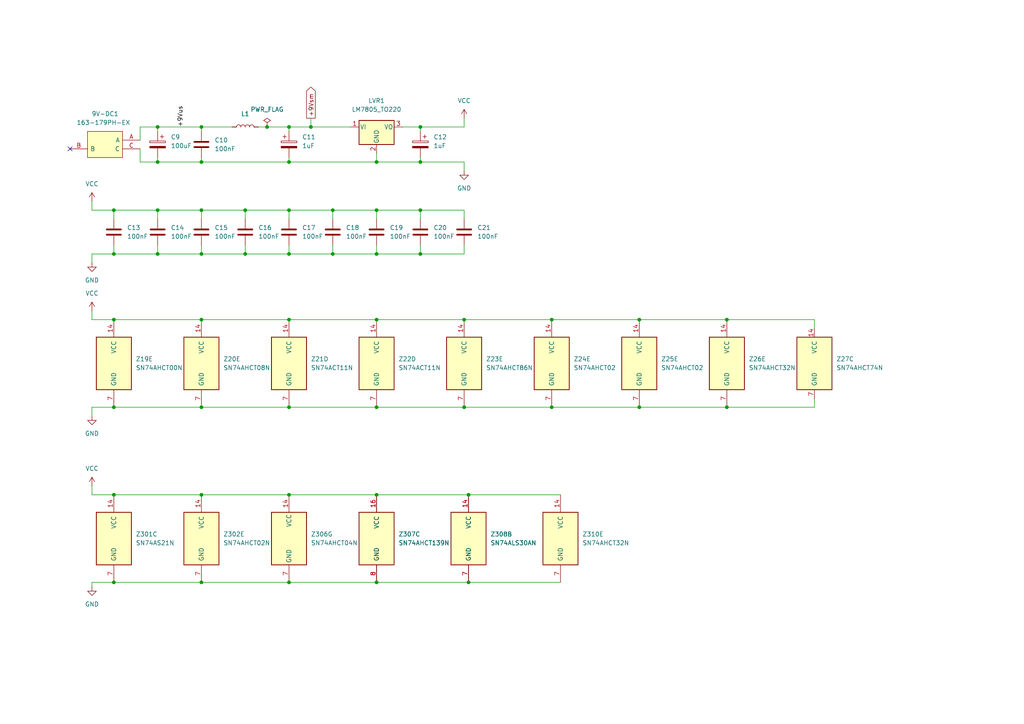
<source format=kicad_sch>
(kicad_sch (version 20211123) (generator eeschema)
  (paper "A4")
  (title_block (title "JupiterAce Z80 plus KIO and new memory format.") (date "2020-05-12") (rev "${REVNUM}") (company "Ontobus") (comment 1 "John Bradley") (comment 2 "https://creativecommons.org/licenses/by-nc-sa/4.0/") (comment 3 "Attribution-NonCommercial-ShareAlike 4.0 International License.") (comment 4 "This work is licensed under a Creative Commons "))
  (lib_symbols
    (symbol "74xx-FIX:74LS21" (pin_names (offset 1.016))
      (property "Reference" "U" (at 0 1.27 0))
      (property "Value" "74LS21" (at 0 -1.27 0))
      (symbol "74LS21_1_0"
        (pin no_connect line (at 2.54 -2.54 180) (length 2.54) hide (name "") (number "11"))
        (pin no_connect line (at 2.54 -1.27 180) (length 2.54) hide (name "") (number "3"))
      )
      (symbol "74LS21_1_1"
        (pin input line (at -7.62 3.81 0) (length 3.81) (name "~") (number "1"))
        (pin input line (at -7.62 1.27 0) (length 3.81) (name "~") (number "2"))
        (pin input line (at -7.62 -1.27 0) (length 3.81) (name "~") (number "4"))
        (pin input line (at -7.62 -3.81 0) (length 3.81) (name "~") (number "5"))
        (pin output line (at 7.62 0 180) (length 3.81) (name "~") (number "6"))
      )
      (symbol "74LS21_1_2"
        (pin input inverted (at -7.62 3.81 0) (length 3.81) (name "~") (number "1"))
        (pin input inverted (at -7.62 1.27 0) (length 4.826) (name "~") (number "2"))
        (pin input inverted (at -7.62 -1.27 0) (length 4.826) (name "~") (number "4"))
        (pin input inverted (at -7.62 -3.81 0) (length 3.81) (name "~") (number "5"))
        (pin output inverted (at 7.62 0 180) (length 3.81) (name "~") (number "6"))
      )
      (symbol "74LS21_2_1"
        (pin input line (at -7.62 1.27 0) (length 3.81) (name "~") (number "10"))
        (pin input line (at -7.62 -1.27 0) (length 3.81) (name "~") (number "12"))
        (pin input line (at -7.62 -3.81 0) (length 3.81) (name "~") (number "13"))
        (pin output line (at 7.62 0 180) (length 3.81) (name "~") (number "8"))
        (pin input line (at -7.62 3.81 0) (length 3.81) (name "~") (number "9"))
      )
      (symbol "74LS21_2_2"
        (pin input inverted (at -7.62 1.27 0) (length 4.826) (name "~") (number "10"))
        (pin input inverted (at -7.62 -1.27 0) (length 4.826) (name "~") (number "12"))
        (pin input inverted (at -7.62 -3.81 0) (length 3.81) (name "~") (number "13"))
        (pin output inverted (at 7.62 0 180) (length 3.81) (name "~") (number "8"))
        (pin input inverted (at -7.62 3.81 0) (length 3.81) (name "~") (number "9"))
      )
      (symbol "74LS21_3_0"
        (pin power_in line (at 0 12.7 270) (length 5.08) (name "VCC") (number "14"))
        (pin power_in line (at 0 -12.7 90) (length 5.08) (name "GND") (number "7"))
      )
    )
    (symbol "74xx-FIX:74LS30" (pin_names (offset 1.016))
      (property "Reference" "U" (at 0 1.27 0))
      (property "Value" "74LS30" (at 0 -1.27 0))
      (symbol "74LS30_1_0"
        (pin no_connect line (at 0 -5.08 0) (length 2.54) hide (name "") (number "10"))
        (pin no_connect line (at -1.27 -6.35 0) (length 2.54) hide (name "") (number "13"))
        (pin no_connect line (at 0 -6.35 0) (length 2.54) hide (name "") (number "9"))
      )
      (symbol "74LS30_1_1"
        (pin input line (at -7.62 7.62 0) (length 3.81) (name "~") (number "1"))
        (pin input line (at -7.62 -7.62 0) (length 3.81) (name "~") (number "11"))
        (pin input line (at -7.62 -10.16 0) (length 3.81) (name "~") (number "12"))
        (pin input line (at -7.62 5.08 0) (length 3.81) (name "~") (number "2"))
        (pin input line (at -7.62 2.54 0) (length 3.81) (name "~") (number "3"))
        (pin input line (at -7.62 0 0) (length 3.81) (name "~") (number "4"))
        (pin input line (at -7.62 -2.54 0) (length 3.81) (name "~") (number "5"))
        (pin input line (at -7.62 -5.08 0) (length 3.81) (name "~") (number "6"))
        (pin output inverted (at 7.62 0 180) (length 3.81) (name "~") (number "8"))
      )
      (symbol "74LS30_1_2"
        (pin input inverted (at -7.62 7.62 0) (length 3.81) (name "~") (number "1"))
        (pin input inverted (at -7.62 -7.62 0) (length 3.81) (name "~") (number "11"))
        (pin input inverted (at -7.62 -10.16 0) (length 3.81) (name "~") (number "12"))
        (pin input inverted (at -7.62 5.08 0) (length 3.81) (name "~") (number "2"))
        (pin input inverted (at -7.62 2.54 0) (length 4.5466) (name "~") (number "3"))
        (pin input inverted (at -7.62 0 0) (length 5.08) (name "~") (number "4"))
        (pin input inverted (at -7.62 -2.54 0) (length 4.5466) (name "~") (number "5"))
        (pin input inverted (at -7.62 -5.08 0) (length 3.81) (name "~") (number "6"))
        (pin output line (at 7.62 0 180) (length 3.81) (name "~") (number "8"))
      )
      (symbol "74LS30_2_0"
        (pin power_in line (at 0 12.7 270) (length 5.08) (name "VCC") (number "14"))
        (pin power_in line (at 0 -12.7 90) (length 5.08) (name "GND") (number "7"))
      )
    )
    (symbol "74xx:74LS00" (pin_names (offset 1.016))
      (property "Reference" "U" (at 0 1.27 0))
      (property "Value" "74LS00" (at 0 -1.27 0))
      (symbol "74LS00_1_1"
        (pin input line (at -7.62 2.54 0) (length 3.81) (name "~") (number "1"))
        (pin input line (at -7.62 -2.54 0) (length 3.81) (name "~") (number "2"))
        (pin output inverted (at 7.62 0 180) (length 3.81) (name "~") (number "3"))
      )
      (symbol "74LS00_1_2"
        (pin input inverted (at -7.62 2.54 0) (length 4.318) (name "~") (number "1"))
        (pin input inverted (at -7.62 -2.54 0) (length 4.318) (name "~") (number "2"))
        (pin output line (at 7.62 0 180) (length 3.81) (name "~") (number "3"))
      )
      (symbol "74LS00_2_1"
        (pin input line (at -7.62 2.54 0) (length 3.81) (name "~") (number "4"))
        (pin input line (at -7.62 -2.54 0) (length 3.81) (name "~") (number "5"))
        (pin output inverted (at 7.62 0 180) (length 3.81) (name "~") (number "6"))
      )
      (symbol "74LS00_2_2"
        (pin input inverted (at -7.62 2.54 0) (length 4.318) (name "~") (number "4"))
        (pin input inverted (at -7.62 -2.54 0) (length 4.318) (name "~") (number "5"))
        (pin output line (at 7.62 0 180) (length 3.81) (name "~") (number "6"))
      )
      (symbol "74LS00_3_1"
        (pin input line (at -7.62 -2.54 0) (length 3.81) (name "~") (number "10"))
        (pin output inverted (at 7.62 0 180) (length 3.81) (name "~") (number "8"))
        (pin input line (at -7.62 2.54 0) (length 3.81) (name "~") (number "9"))
      )
      (symbol "74LS00_3_2"
        (pin input inverted (at -7.62 -2.54 0) (length 4.318) (name "~") (number "10"))
        (pin output line (at 7.62 0 180) (length 3.81) (name "~") (number "8"))
        (pin input inverted (at -7.62 2.54 0) (length 4.318) (name "~") (number "9"))
      )
      (symbol "74LS00_4_1"
        (pin output inverted (at 7.62 0 180) (length 3.81) (name "~") (number "11"))
        (pin input line (at -7.62 2.54 0) (length 3.81) (name "~") (number "12"))
        (pin input line (at -7.62 -2.54 0) (length 3.81) (name "~") (number "13"))
      )
      (symbol "74LS00_4_2"
        (pin output line (at 7.62 0 180) (length 3.81) (name "~") (number "11"))
        (pin input inverted (at -7.62 2.54 0) (length 4.318) (name "~") (number "12"))
        (pin input inverted (at -7.62 -2.54 0) (length 4.318) (name "~") (number "13"))
      )
      (symbol "74LS00_5_0"
        (pin power_in line (at 0 12.7 270) (length 5.08) (name "VCC") (number "14"))
        (pin power_in line (at 0 -12.7 90) (length 5.08) (name "GND") (number "7"))
      )
    )
    (symbol "74xx:74LS02" (pin_names (offset 1.016))
      (property "Reference" "U" (at 0 1.27 0))
      (property "Value" "74LS02" (at 0 -1.27 0))
      (symbol "74LS02_1_1"
        (pin output inverted (at 7.62 0 180) (length 3.81) (name "~") (number "1"))
        (pin input line (at -7.62 2.54 0) (length 4.318) (name "~") (number "2"))
        (pin input line (at -7.62 -2.54 0) (length 4.318) (name "~") (number "3"))
      )
      (symbol "74LS02_1_2"
        (pin output line (at 7.62 0 180) (length 3.81) (name "~") (number "1"))
        (pin input inverted (at -7.62 2.54 0) (length 3.81) (name "~") (number "2"))
        (pin input inverted (at -7.62 -2.54 0) (length 3.81) (name "~") (number "3"))
      )
      (symbol "74LS02_2_1"
        (pin output inverted (at 7.62 0 180) (length 3.81) (name "~") (number "4"))
        (pin input line (at -7.62 2.54 0) (length 4.318) (name "~") (number "5"))
        (pin input line (at -7.62 -2.54 0) (length 4.318) (name "~") (number "6"))
      )
      (symbol "74LS02_2_2"
        (pin output line (at 7.62 0 180) (length 3.81) (name "~") (number "4"))
        (pin input inverted (at -7.62 2.54 0) (length 3.81) (name "~") (number "5"))
        (pin input inverted (at -7.62 -2.54 0) (length 3.81) (name "~") (number "6"))
      )
      (symbol "74LS02_3_1"
        (pin output inverted (at 7.62 0 180) (length 3.81) (name "~") (number "10"))
        (pin input line (at -7.62 2.54 0) (length 4.318) (name "~") (number "8"))
        (pin input line (at -7.62 -2.54 0) (length 4.318) (name "~") (number "9"))
      )
      (symbol "74LS02_3_2"
        (pin output line (at 7.62 0 180) (length 3.81) (name "~") (number "10"))
        (pin input inverted (at -7.62 2.54 0) (length 3.81) (name "~") (number "8"))
        (pin input inverted (at -7.62 -2.54 0) (length 3.81) (name "~") (number "9"))
      )
      (symbol "74LS02_4_1"
        (pin input line (at -7.62 2.54 0) (length 4.318) (name "~") (number "11"))
        (pin input line (at -7.62 -2.54 0) (length 4.318) (name "~") (number "12"))
        (pin output inverted (at 7.62 0 180) (length 3.81) (name "~") (number "13"))
      )
      (symbol "74LS02_4_2"
        (pin input inverted (at -7.62 2.54 0) (length 3.81) (name "~") (number "11"))
        (pin input inverted (at -7.62 -2.54 0) (length 3.81) (name "~") (number "12"))
        (pin output line (at 7.62 0 180) (length 3.81) (name "~") (number "13"))
      )
      (symbol "74LS02_5_0"
        (pin power_in line (at 0 12.7 270) (length 5.08) (name "VCC") (number "14"))
        (pin power_in line (at 0 -12.7 90) (length 5.08) (name "GND") (number "7"))
      )
    )
    (symbol "74xx:74LS04"
      (property "Reference" "U" (at 0 1.27 0))
      (property "Value" "74LS04" (at 0 -1.27 0))
      (symbol "74LS04_1_0"
        (pin input line (at -7.62 0 0) (length 3.81) (name "~") (number "1"))
        (pin output inverted (at 7.62 0 180) (length 3.81) (name "~") (number "2"))
      )
      (symbol "74LS04_2_0"
        (pin input line (at -7.62 0 0) (length 3.81) (name "~") (number "3"))
        (pin output inverted (at 7.62 0 180) (length 3.81) (name "~") (number "4"))
      )
      (symbol "74LS04_3_0"
        (pin input line (at -7.62 0 0) (length 3.81) (name "~") (number "5"))
        (pin output inverted (at 7.62 0 180) (length 3.81) (name "~") (number "6"))
      )
      (symbol "74LS04_4_0"
        (pin output inverted (at 7.62 0 180) (length 3.81) (name "~") (number "8"))
        (pin input line (at -7.62 0 0) (length 3.81) (name "~") (number "9"))
      )
      (symbol "74LS04_5_0"
        (pin output inverted (at 7.62 0 180) (length 3.81) (name "~") (number "10"))
        (pin input line (at -7.62 0 0) (length 3.81) (name "~") (number "11"))
      )
      (symbol "74LS04_6_0"
        (pin output inverted (at 7.62 0 180) (length 3.81) (name "~") (number "12"))
        (pin input line (at -7.62 0 0) (length 3.81) (name "~") (number "13"))
      )
      (symbol "74LS04_7_0"
        (pin power_in line (at 0 12.7 270) (length 5.08) (name "VCC") (number "14"))
        (pin power_in line (at 0 -12.7 90) (length 5.08) (name "GND") (number "7"))
      )
    )
    (symbol "74xx:74LS08" (pin_names (offset 1.016))
      (property "Reference" "U" (at 0 1.27 0))
      (property "Value" "74LS08" (at 0 -1.27 0))
      (symbol "74LS08_1_1"
        (pin input line (at -7.62 2.54 0) (length 3.81) (name "~") (number "1"))
        (pin input line (at -7.62 -2.54 0) (length 3.81) (name "~") (number "2"))
        (pin output line (at 7.62 0 180) (length 3.81) (name "~") (number "3"))
      )
      (symbol "74LS08_1_2"
        (pin input inverted (at -7.62 2.54 0) (length 4.318) (name "~") (number "1"))
        (pin input inverted (at -7.62 -2.54 0) (length 4.318) (name "~") (number "2"))
        (pin output inverted (at 7.62 0 180) (length 3.81) (name "~") (number "3"))
      )
      (symbol "74LS08_2_1"
        (pin input line (at -7.62 2.54 0) (length 3.81) (name "~") (number "4"))
        (pin input line (at -7.62 -2.54 0) (length 3.81) (name "~") (number "5"))
        (pin output line (at 7.62 0 180) (length 3.81) (name "~") (number "6"))
      )
      (symbol "74LS08_2_2"
        (pin input inverted (at -7.62 2.54 0) (length 4.318) (name "~") (number "4"))
        (pin input inverted (at -7.62 -2.54 0) (length 4.318) (name "~") (number "5"))
        (pin output inverted (at 7.62 0 180) (length 3.81) (name "~") (number "6"))
      )
      (symbol "74LS08_3_1"
        (pin input line (at -7.62 -2.54 0) (length 3.81) (name "~") (number "10"))
        (pin output line (at 7.62 0 180) (length 3.81) (name "~") (number "8"))
        (pin input line (at -7.62 2.54 0) (length 3.81) (name "~") (number "9"))
      )
      (symbol "74LS08_3_2"
        (pin input inverted (at -7.62 -2.54 0) (length 4.318) (name "~") (number "10"))
        (pin output inverted (at 7.62 0 180) (length 3.81) (name "~") (number "8"))
        (pin input inverted (at -7.62 2.54 0) (length 4.318) (name "~") (number "9"))
      )
      (symbol "74LS08_4_1"
        (pin output line (at 7.62 0 180) (length 3.81) (name "~") (number "11"))
        (pin input line (at -7.62 2.54 0) (length 3.81) (name "~") (number "12"))
        (pin input line (at -7.62 -2.54 0) (length 3.81) (name "~") (number "13"))
      )
      (symbol "74LS08_4_2"
        (pin output inverted (at 7.62 0 180) (length 3.81) (name "~") (number "11"))
        (pin input inverted (at -7.62 2.54 0) (length 4.318) (name "~") (number "12"))
        (pin input inverted (at -7.62 -2.54 0) (length 4.318) (name "~") (number "13"))
      )
      (symbol "74LS08_5_0"
        (pin power_in line (at 0 12.7 270) (length 5.08) (name "VCC") (number "14"))
        (pin power_in line (at 0 -12.7 90) (length 5.08) (name "GND") (number "7"))
      )
    )
    (symbol "74xx:74LS11" (pin_names (offset 1.016))
      (property "Reference" "U" (at 0 1.27 0))
      (property "Value" "74LS11" (at 0 -1.27 0))
      (symbol "74LS11_1_1"
        (pin input line (at -7.62 2.54 0) (length 3.81) (name "~") (number "1"))
        (pin output line (at 7.62 0 180) (length 3.81) (name "~") (number "12"))
        (pin input line (at -7.62 -2.54 0) (length 3.81) (name "~") (number "13"))
        (pin input line (at -7.62 0 0) (length 3.81) (name "~") (number "2"))
      )
      (symbol "74LS11_1_2"
        (pin input inverted (at -7.62 2.54 0) (length 4.318) (name "~") (number "1"))
        (pin output inverted (at 7.62 0 180) (length 3.81) (name "~") (number "12"))
        (pin input inverted (at -7.62 -2.54 0) (length 4.318) (name "~") (number "13"))
        (pin input inverted (at -7.62 0 0) (length 4.953) (name "~") (number "2"))
      )
      (symbol "74LS11_2_1"
        (pin input line (at -7.62 2.54 0) (length 3.81) (name "~") (number "3"))
        (pin input line (at -7.62 0 0) (length 3.81) (name "~") (number "4"))
        (pin input line (at -7.62 -2.54 0) (length 3.81) (name "~") (number "5"))
        (pin output line (at 7.62 0 180) (length 3.81) (name "~") (number "6"))
      )
      (symbol "74LS11_2_2"
        (pin input inverted (at -7.62 2.54 0) (length 4.318) (name "~") (number "3"))
        (pin input inverted (at -7.62 0 0) (length 4.953) (name "~") (number "4"))
        (pin input inverted (at -7.62 -2.54 0) (length 4.318) (name "~") (number "5"))
        (pin output inverted (at 7.62 0 180) (length 3.81) (name "~") (number "6"))
      )
      (symbol "74LS11_3_1"
        (pin input line (at -7.62 0 0) (length 3.81) (name "~") (number "10"))
        (pin input line (at -7.62 -2.54 0) (length 3.81) (name "~") (number "11"))
        (pin output line (at 7.62 0 180) (length 3.81) (name "~") (number "8"))
        (pin input line (at -7.62 2.54 0) (length 3.81) (name "~") (number "9"))
      )
      (symbol "74LS11_3_2"
        (pin input inverted (at -7.62 0 0) (length 4.953) (name "~") (number "10"))
        (pin input inverted (at -7.62 -2.54 0) (length 4.318) (name "~") (number "11"))
        (pin output inverted (at 7.62 0 180) (length 3.81) (name "~") (number "8"))
        (pin input inverted (at -7.62 2.54 0) (length 4.318) (name "~") (number "9"))
      )
      (symbol "74LS11_4_0"
        (pin power_in line (at 0 12.7 270) (length 5.08) (name "VCC") (number "14"))
        (pin power_in line (at 0 -12.7 90) (length 5.08) (name "GND") (number "7"))
      )
    )
    (symbol "74xx:74LS139" (pin_names (offset 1.016))
      (property "Reference" "U" (at -7.62 8.89 0))
      (property "Value" "74LS139" (at -7.62 -8.89 0))
      (symbol "74LS139_1_0"
        (pin input inverted (at -12.7 -5.08 0) (length 5.08) (name "E") (number "1"))
        (pin input line (at -12.7 0 0) (length 5.08) (name "A0") (number "2"))
        (pin input line (at -12.7 2.54 0) (length 5.08) (name "A1") (number "3"))
        (pin output inverted (at 12.7 2.54 180) (length 5.08) (name "O0") (number "4"))
        (pin output inverted (at 12.7 0 180) (length 5.08) (name "O1") (number "5"))
        (pin output inverted (at 12.7 -2.54 180) (length 5.08) (name "O2") (number "6"))
        (pin output inverted (at 12.7 -5.08 180) (length 5.08) (name "O3") (number "7"))
      )
      (symbol "74LS139_2_0"
        (pin output inverted (at 12.7 -2.54 180) (length 5.08) (name "O2") (number "10"))
        (pin output inverted (at 12.7 0 180) (length 5.08) (name "O1") (number "11"))
        (pin output inverted (at 12.7 2.54 180) (length 5.08) (name "O0") (number "12"))
        (pin input line (at -12.7 2.54 0) (length 5.08) (name "A1") (number "13"))
        (pin input line (at -12.7 0 0) (length 5.08) (name "A0") (number "14"))
        (pin input inverted (at -12.7 -5.08 0) (length 5.08) (name "E") (number "15"))
        (pin output inverted (at 12.7 -5.08 180) (length 5.08) (name "O3") (number "9"))
      )
      (symbol "74LS139_3_0"
        (pin power_in line (at 0 12.7 270) (length 5.08) (name "VCC") (number "16"))
        (pin power_in line (at 0 -12.7 90) (length 5.08) (name "GND") (number "8"))
      )
    )
    (symbol "74xx:74LS32" (pin_names (offset 1.016))
      (property "Reference" "U" (at 0 1.27 0))
      (property "Value" "74LS32" (at 0 -1.27 0))
      (symbol "74LS32_1_1"
        (pin input line (at -7.62 2.54 0) (length 4.318) (name "~") (number "1"))
        (pin input line (at -7.62 -2.54 0) (length 4.318) (name "~") (number "2"))
        (pin output line (at 7.62 0 180) (length 3.81) (name "~") (number "3"))
      )
      (symbol "74LS32_1_2"
        (pin input inverted (at -7.62 2.54 0) (length 3.81) (name "~") (number "1"))
        (pin input inverted (at -7.62 -2.54 0) (length 3.81) (name "~") (number "2"))
        (pin output inverted (at 7.62 0 180) (length 3.81) (name "~") (number "3"))
      )
      (symbol "74LS32_2_1"
        (pin input line (at -7.62 2.54 0) (length 4.318) (name "~") (number "4"))
        (pin input line (at -7.62 -2.54 0) (length 4.318) (name "~") (number "5"))
        (pin output line (at 7.62 0 180) (length 3.81) (name "~") (number "6"))
      )
      (symbol "74LS32_2_2"
        (pin input inverted (at -7.62 2.54 0) (length 3.81) (name "~") (number "4"))
        (pin input inverted (at -7.62 -2.54 0) (length 3.81) (name "~") (number "5"))
        (pin output inverted (at 7.62 0 180) (length 3.81) (name "~") (number "6"))
      )
      (symbol "74LS32_3_1"
        (pin input line (at -7.62 -2.54 0) (length 4.318) (name "~") (number "10"))
        (pin output line (at 7.62 0 180) (length 3.81) (name "~") (number "8"))
        (pin input line (at -7.62 2.54 0) (length 4.318) (name "~") (number "9"))
      )
      (symbol "74LS32_3_2"
        (pin input inverted (at -7.62 -2.54 0) (length 3.81) (name "~") (number "10"))
        (pin output inverted (at 7.62 0 180) (length 3.81) (name "~") (number "8"))
        (pin input inverted (at -7.62 2.54 0) (length 3.81) (name "~") (number "9"))
      )
      (symbol "74LS32_4_1"
        (pin output line (at 7.62 0 180) (length 3.81) (name "~") (number "11"))
        (pin input line (at -7.62 2.54 0) (length 4.318) (name "~") (number "12"))
        (pin input line (at -7.62 -2.54 0) (length 4.318) (name "~") (number "13"))
      )
      (symbol "74LS32_4_2"
        (pin output inverted (at 7.62 0 180) (length 3.81) (name "~") (number "11"))
        (pin input inverted (at -7.62 2.54 0) (length 3.81) (name "~") (number "12"))
        (pin input inverted (at -7.62 -2.54 0) (length 3.81) (name "~") (number "13"))
      )
      (symbol "74LS32_5_0"
        (pin power_in line (at 0 12.7 270) (length 5.08) (name "VCC") (number "14"))
        (pin power_in line (at 0 -12.7 90) (length 5.08) (name "GND") (number "7"))
      )
    )
    (symbol "74xx:74LS74" (pin_names (offset 1.016))
      (property "Reference" "U" (at -7.62 8.89 0))
      (property "Value" "74LS74" (at -7.62 -8.89 0))
      (symbol "74LS74_1_0"
        (pin input line (at 0 -7.62 90) (length 2.54) (name "~{R}") (number "1"))
        (pin input line (at -7.62 2.54 0) (length 2.54) (name "D") (number "2"))
        (pin input clock (at -7.62 0 0) (length 2.54) (name "C") (number "3"))
        (pin input line (at 0 7.62 270) (length 2.54) (name "~{S}") (number "4"))
        (pin output line (at 7.62 2.54 180) (length 2.54) (name "Q") (number "5"))
        (pin output line (at 7.62 -2.54 180) (length 2.54) (name "~{Q}") (number "6"))
      )
      (symbol "74LS74_2_0"
        (pin input line (at 0 7.62 270) (length 2.54) (name "~{S}") (number "10"))
        (pin input clock (at -7.62 0 0) (length 2.54) (name "C") (number "11"))
        (pin input line (at -7.62 2.54 0) (length 2.54) (name "D") (number "12"))
        (pin input line (at 0 -7.62 90) (length 2.54) (name "~{R}") (number "13"))
        (pin output line (at 7.62 -2.54 180) (length 2.54) (name "~{Q}") (number "8"))
        (pin output line (at 7.62 2.54 180) (length 2.54) (name "Q") (number "9"))
      )
      (symbol "74LS74_3_0"
        (pin power_in line (at 0 10.16 270) (length 2.54) (name "VCC") (number "14"))
        (pin power_in line (at 0 -10.16 90) (length 2.54) (name "GND") (number "7"))
      )
    )
    (symbol "74xx:74LS86" (pin_names (offset 1.016))
      (property "Reference" "U" (at 0 1.27 0))
      (property "Value" "74LS86" (at 0 -1.27 0))
      (symbol "74LS86_1_0"
        (pin input line (at -7.62 2.54 0) (length 4.445) (name "~") (number "1"))
        (pin input line (at -7.62 -2.54 0) (length 4.445) (name "~") (number "2"))
        (pin output line (at 7.62 0 180) (length 3.81) (name "~") (number "3"))
      )
      (symbol "74LS86_2_0"
        (pin input line (at -7.62 2.54 0) (length 4.445) (name "~") (number "4"))
        (pin input line (at -7.62 -2.54 0) (length 4.445) (name "~") (number "5"))
        (pin output line (at 7.62 0 180) (length 3.81) (name "~") (number "6"))
      )
      (symbol "74LS86_3_0"
        (pin input line (at -7.62 -2.54 0) (length 4.445) (name "~") (number "10"))
        (pin output line (at 7.62 0 180) (length 3.81) (name "~") (number "8"))
        (pin input line (at -7.62 2.54 0) (length 4.445) (name "~") (number "9"))
      )
      (symbol "74LS86_4_0"
        (pin output line (at 7.62 0 180) (length 3.81) (name "~") (number "11"))
        (pin input line (at -7.62 2.54 0) (length 4.445) (name "~") (number "12"))
        (pin input line (at -7.62 -2.54 0) (length 4.445) (name "~") (number "13"))
      )
      (symbol "74LS86_5_0"
        (pin power_in line (at 0 12.7 270) (length 5.08) (name "VCC") (number "14"))
        (pin power_in line (at 0 -12.7 90) (length 5.08) (name "GND") (number "7"))
      )
    )
    (symbol "Device:C" (pin_numbers hide) (pin_names (offset 0.254))
      (property "Reference" "C" (at 0.635 2.54 0))
      (property "Value" "C" (at 0.635 -2.54 0))
      (symbol "C_1_1"
        (pin passive line (at 0 3.81 270) (length 2.794) (name "~") (number "1"))
        (pin passive line (at 0 -3.81 90) (length 2.794) (name "~") (number "2"))
      )
    )
    (symbol "Device:C_Polarized" (pin_numbers hide) (pin_names (offset 0.254))
      (property "Reference" "C" (at 0.635 2.54 0))
      (property "Value" "C_Polarized" (at 0.635 -2.54 0))
      (symbol "C_Polarized_1_1"
        (pin passive line (at 0 3.81 270) (length 2.794) (name "~") (number "1"))
        (pin passive line (at 0 -3.81 90) (length 2.794) (name "~") (number "2"))
      )
    )
    (symbol "Device:L" (pin_numbers hide) (pin_names (offset 1.016) hide)
      (property "Reference" "L" (at -1.27 0 90))
      (property "Value" "L" (at 1.905 0 90))
      (symbol "L_1_1"
        (pin passive line (at 0 3.81 270) (length 1.27) (name "1") (number "1"))
        (pin passive line (at 0 -3.81 90) (length 1.27) (name "2") (number "2"))
      )
    )
    (symbol "ExtraSymbols:163-179PH-EX" (pin_names (offset 0.762))
      (property "Reference" "J" (at 16.51 7.62 0))
      (property "Value" "163-179PH-EX" (at 16.51 5.08 0))
      (symbol "163-179PH-EX_0_0"
        (pin power_out line (at 20.32 -2.54 180) (length 5.08) (name "A") (number "A"))
        (pin power_out line (at 0 0 0) (length 5.08) (name "B") (number "B"))
        (pin power_out line (at 20.32 0 180) (length 5.08) (name "C") (number "C"))
      )
    )
    (symbol "Regulator_Linear:LM7805_TO220" (pin_names (offset 0.254))
      (property "Reference" "U" (at -3.81 3.175 0))
      (property "Value" "LM7805_TO220" (at 0 3.175 0))
      (symbol "LM7805_TO220_1_1"
        (pin power_in line (at -7.62 0 0) (length 2.54) (name "VI") (number "1"))
        (pin power_in line (at 0 -7.62 90) (length 2.54) (name "GND") (number "2"))
        (pin power_out line (at 7.62 0 180) (length 2.54) (name "VO") (number "3"))
      )
    )
    (symbol "power:GND" (power) (pin_names (offset 0))
      (property "Value" "GND" (at 0 -3.81 0))
      (symbol "GND_1_1"
        (pin power_in line (at 0 0 270) (length 0) hide (name "GND") (number "1"))
      )
    )
    (symbol "power:PWR_FLAG" (power) (pin_numbers hide) (pin_names (offset 0) hide)
      (property "Value" "PWR_FLAG" (at 0 3.81 0))
      (symbol "PWR_FLAG_0_0"
        (pin power_out line (at 0 0 90) (length 0) (name "pwr") (number "1"))
      )
    )
    (symbol "power:VCC" (power) (pin_names (offset 0))
      (property "Value" "VCC" (at 0 3.81 0))
      (symbol "VCC_1_1"
        (pin power_in line (at 0 0 90) (length 0) hide (name "VCC") (number "1"))
      )
    )
  )
  (junction (at 135.89 168.91))
  (junction (at 83.82 92.71))
  (junction (at 45.72 60.96))
  (junction (at 134.62 118.11))
  (junction (at 121.92 60.96))
  (junction (at 83.82 46.99))
  (junction (at 185.42 118.11))
  (junction (at 33.02 73.66))
  (junction (at 33.02 143.51))
  (junction (at 58.42 60.96))
  (junction (at 45.72 73.66))
  (junction (at 109.22 60.96))
  (junction (at 121.92 46.99))
  (junction (at 83.82 118.11))
  (junction (at 71.12 73.66))
  (junction (at 58.42 168.91))
  (junction (at 121.92 73.66))
  (junction (at 160.02 118.11))
  (junction (at 109.22 46.99))
  (junction (at 33.02 60.96))
  (junction (at 109.22 168.91))
  (junction (at 58.42 73.66))
  (junction (at 77.47 36.83))
  (junction (at 45.72 46.99))
  (junction (at 83.82 143.51))
  (junction (at 210.82 118.11))
  (junction (at 83.82 36.83))
  (junction (at 121.92 36.83))
  (junction (at 83.82 168.91))
  (junction (at 33.02 168.91))
  (junction (at 33.02 92.71))
  (junction (at 58.42 92.71))
  (junction (at 210.82 92.71))
  (junction (at 185.42 92.71))
  (junction (at 134.62 92.71))
  (junction (at 45.72 36.83))
  (junction (at 83.82 73.66))
  (junction (at 109.22 92.71))
  (junction (at 58.42 46.99))
  (junction (at 109.22 143.51))
  (junction (at 83.82 60.96))
  (junction (at 58.42 36.83))
  (junction (at 58.42 143.51))
  (junction (at 96.52 60.96))
  (junction (at 109.22 118.11))
  (junction (at 160.02 92.71))
  (junction (at 33.02 118.11))
  (junction (at 135.89 143.51))
  (junction (at 71.12 60.96))
  (junction (at 96.52 73.66))
  (junction (at 58.42 118.11))
  (junction (at 90.17 36.83))
  (junction (at 109.22 73.66))
  (no_connect (at 20.32 43.18))
  (wire (pts (xy 83.82 36.83) (xy 90.17 36.83)))
  (wire (pts (xy 185.42 92.71) (xy 210.82 92.71)))
  (wire (pts (xy 71.12 63.5) (xy 71.12 60.96)))
  (wire (pts (xy 40.64 40.64) (xy 40.64 36.83)))
  (wire (pts (xy 109.22 60.96) (xy 121.92 60.96)))
  (wire (pts (xy 33.02 143.51) (xy 58.42 143.51)))
  (wire (pts (xy 185.42 118.11) (xy 210.82 118.11)))
  (wire (pts (xy 40.64 46.99) (xy 40.64 43.18)))
  (wire (pts (xy 96.52 63.5) (xy 96.52 60.96)))
  (wire (pts (xy 45.72 73.66) (xy 58.42 73.66)))
  (wire (pts (xy 45.72 71.12) (xy 45.72 73.66)))
  (wire (pts (xy 58.42 92.71) (xy 83.82 92.71)))
  (wire (pts (xy 26.67 60.96) (xy 33.02 60.96)))
  (wire (pts (xy 58.42 45.72) (xy 58.42 46.99)))
  (wire (pts (xy 121.92 71.12) (xy 121.92 73.66)))
  (wire (pts (xy 109.22 118.11) (xy 134.62 118.11)))
  (wire (pts (xy 83.82 45.72) (xy 83.82 46.99)))
  (wire (pts (xy 134.62 118.11) (xy 160.02 118.11)))
  (wire (pts (xy 33.02 73.66) (xy 45.72 73.66)))
  (wire (pts (xy 109.22 71.12) (xy 109.22 73.66)))
  (wire (pts (xy 90.17 34.29) (xy 90.17 36.83)))
  (wire (pts (xy 83.82 46.99) (xy 109.22 46.99)))
  (wire (pts (xy 58.42 73.66) (xy 71.12 73.66)))
  (wire (pts (xy 121.92 60.96) (xy 134.62 60.96)))
  (wire (pts (xy 121.92 38.1) (xy 121.92 36.83)))
  (wire (pts (xy 160.02 92.71) (xy 185.42 92.71)))
  (wire (pts (xy 45.72 46.99) (xy 58.42 46.99)))
  (wire (pts (xy 58.42 63.5) (xy 58.42 60.96)))
  (wire (pts (xy 33.02 92.71) (xy 58.42 92.71)))
  (wire (pts (xy 45.72 36.83) (xy 58.42 36.83)))
  (wire (pts (xy 26.67 143.51) (xy 33.02 143.51)))
  (wire (pts (xy 33.02 63.5) (xy 33.02 60.96)))
  (wire (pts (xy 83.82 118.11) (xy 109.22 118.11)))
  (wire (pts (xy 26.67 168.91) (xy 33.02 168.91)))
  (wire (pts (xy 109.22 73.66) (xy 121.92 73.66)))
  (wire (pts (xy 135.89 168.91) (xy 162.56 168.91)))
  (wire (pts (xy 33.02 71.12) (xy 33.02 73.66)))
  (wire (pts (xy 83.82 92.71) (xy 109.22 92.71)))
  (wire (pts (xy 58.42 71.12) (xy 58.42 73.66)))
  (wire (pts (xy 40.64 46.99) (xy 45.72 46.99)))
  (wire (pts (xy 83.82 60.96) (xy 96.52 60.96)))
  (wire (pts (xy 109.22 168.91) (xy 135.89 168.91)))
  (wire (pts (xy 26.67 170.18) (xy 26.67 168.91)))
  (wire (pts (xy 134.62 36.83) (xy 134.62 34.29)))
  (wire (pts (xy 26.67 118.11) (xy 33.02 118.11)))
  (wire (pts (xy 90.17 36.83) (xy 101.6 36.83)))
  (wire (pts (xy 40.64 36.83) (xy 45.72 36.83)))
  (wire (pts (xy 45.72 63.5) (xy 45.72 60.96)))
  (wire (pts (xy 236.22 92.71) (xy 236.22 95.25)))
  (wire (pts (xy 26.67 118.11) (xy 26.67 120.65)))
  (wire (pts (xy 121.92 45.72) (xy 121.92 46.99)))
  (wire (pts (xy 210.82 92.71) (xy 236.22 92.71)))
  (wire (pts (xy 109.22 92.71) (xy 134.62 92.71)))
  (wire (pts (xy 26.67 143.51) (xy 26.67 140.97)))
  (wire (pts (xy 236.22 118.11) (xy 236.22 115.57)))
  (wire (pts (xy 109.22 44.45) (xy 109.22 46.99)))
  (wire (pts (xy 77.47 36.83) (xy 83.82 36.83)))
  (wire (pts (xy 33.02 168.91) (xy 58.42 168.91)))
  (wire (pts (xy 71.12 73.66) (xy 83.82 73.66)))
  (wire (pts (xy 58.42 36.83) (xy 67.31 36.83)))
  (wire (pts (xy 83.82 73.66) (xy 96.52 73.66)))
  (wire (pts (xy 26.67 92.71) (xy 26.67 90.17)))
  (wire (pts (xy 134.62 46.99) (xy 134.62 49.53)))
  (wire (pts (xy 134.62 71.12) (xy 134.62 73.66)))
  (wire (pts (xy 96.52 71.12) (xy 96.52 73.66)))
  (wire (pts (xy 58.42 60.96) (xy 71.12 60.96)))
  (wire (pts (xy 121.92 46.99) (xy 134.62 46.99)))
  (wire (pts (xy 58.42 143.51) (xy 83.82 143.51)))
  (wire (pts (xy 116.84 36.83) (xy 121.92 36.83)))
  (wire (pts (xy 134.62 92.71) (xy 160.02 92.71)))
  (wire (pts (xy 83.82 63.5) (xy 83.82 60.96)))
  (wire (pts (xy 134.62 63.5) (xy 134.62 60.96)))
  (wire (pts (xy 26.67 73.66) (xy 26.67 76.2)))
  (wire (pts (xy 210.82 118.11) (xy 236.22 118.11)))
  (wire (pts (xy 33.02 60.96) (xy 45.72 60.96)))
  (wire (pts (xy 71.12 71.12) (xy 71.12 73.66)))
  (wire (pts (xy 58.42 118.11) (xy 83.82 118.11)))
  (wire (pts (xy 45.72 38.1) (xy 45.72 36.83)))
  (wire (pts (xy 71.12 60.96) (xy 83.82 60.96)))
  (wire (pts (xy 58.42 36.83) (xy 58.42 38.1)))
  (wire (pts (xy 45.72 60.96) (xy 58.42 60.96)))
  (wire (pts (xy 26.67 92.71) (xy 33.02 92.71)))
  (wire (pts (xy 83.82 143.51) (xy 109.22 143.51)))
  (wire (pts (xy 83.82 168.91) (xy 109.22 168.91)))
  (wire (pts (xy 121.92 73.66) (xy 134.62 73.66)))
  (wire (pts (xy 135.89 143.51) (xy 162.56 143.51)))
  (wire (pts (xy 83.82 36.83) (xy 83.82 38.1)))
  (wire (pts (xy 26.67 60.96) (xy 26.67 58.42)))
  (wire (pts (xy 83.82 71.12) (xy 83.82 73.66)))
  (wire (pts (xy 160.02 118.11) (xy 185.42 118.11)))
  (wire (pts (xy 74.93 36.83) (xy 77.47 36.83)))
  (wire (pts (xy 58.42 46.99) (xy 83.82 46.99)))
  (wire (pts (xy 96.52 73.66) (xy 109.22 73.66)))
  (wire (pts (xy 33.02 118.11) (xy 58.42 118.11)))
  (wire (pts (xy 121.92 63.5) (xy 121.92 60.96)))
  (wire (pts (xy 26.67 73.66) (xy 33.02 73.66)))
  (wire (pts (xy 121.92 36.83) (xy 134.62 36.83)))
  (wire (pts (xy 45.72 45.72) (xy 45.72 46.99)))
  (wire (pts (xy 109.22 63.5) (xy 109.22 60.96)))
  (wire (pts (xy 96.52 60.96) (xy 109.22 60.96)))
  (wire (pts (xy 58.42 168.91) (xy 83.82 168.91)))
  (wire (pts (xy 109.22 46.99) (xy 121.92 46.99)))
  (wire (pts (xy 109.22 143.51) (xy 135.89 143.51)))
  (label "+9Vus" (at 53.34 36.83 90))
  (global_label "+9Vsm" (shape output) (at 90.17 34.29 90) (property "Intersheet References" "${INTERSHEET_REFS}" (at 90.0906 25.3739 90) (effects (justify left))))
  (symbol (lib_id "ExtraSymbols:163-179PH-EX") (at 20.32 43.18 0) (mirror x) (unit 1)
    (property "Reference" "9V-DC1" (at 30.48 33.02 0))
    (property "Value" "163-179PH-EX " (at 30.48 35.56 0))
    (property "Footprint" "163179PHEX" (effects hide))
    (property "Datasheet" "https://componentsearchengine.com/Datasheets/1/163-179PH-EX.pdf" (effects hide))
    (property "Description" "DC Power Connectors PCB 2.1MM" (effects hide))
    (property "Height" "11" (effects hide))
    (property "Mouser Part Number" "163-179PH-EX" (effects hide))
  )
  (symbol (lib_id "Device:C") (at 58.42 67.31 180) (unit 1)
    (property "Reference" "C15" (at 62.23 66.0399 0) (effects (justify right)))
    (property "Value" "100nF" (at 62.23 68.5799 0) (effects (justify right)))
    (property "Footprint" "Capacitor_THT:C_Disc_D3.0mm_W1.6mm_P2.50mm" (effects hide))
    (property "Height" "3" (effects hide))
    (property "Allied_Number" "70122995" (effects hide))
  )
  (symbol (lib_id "Device:C") (at 71.12 67.31 180) (unit 1)
    (property "Reference" "C16" (at 74.93 66.0399 0) (effects (justify right)))
    (property "Value" "100nF" (at 74.93 68.5799 0) (effects (justify right)))
    (property "Footprint" "Capacitor_THT:C_Disc_D3.0mm_W1.6mm_P2.50mm" (effects hide))
    (property "Height" "3" (effects hide))
    (property "Allied_Number" "70122995" (effects hide))
  )
  (symbol (lib_id "Device:C") (at 83.82 67.31 180) (unit 1)
    (property "Reference" "C17" (at 87.63 66.0399 0) (effects (justify right)))
    (property "Value" "100nF" (at 87.63 68.5799 0) (effects (justify right)))
    (property "Footprint" "Capacitor_THT:C_Disc_D3.0mm_W1.6mm_P2.50mm" (effects hide))
    (property "Height" "3" (effects hide))
    (property "Allied_Number" "70122995" (effects hide))
  )
  (symbol (lib_id "Device:C") (at 96.52 67.31 180) (unit 1)
    (property "Reference" "C18" (at 100.33 66.0399 0) (effects (justify right)))
    (property "Value" "100nF" (at 100.33 68.5799 0) (effects (justify right)))
    (property "Footprint" "Capacitor_THT:C_Disc_D3.0mm_W1.6mm_P2.50mm" (effects hide))
    (property "Height" "3" (effects hide))
    (property "Allied_Number" "70122995" (effects hide))
  )
  (symbol (lib_id "Device:C") (at 109.22 67.31 180) (unit 1)
    (property "Reference" "C19" (at 113.03 66.0399 0) (effects (justify right)))
    (property "Value" "100nF" (at 113.03 68.5799 0) (effects (justify right)))
    (property "Footprint" "Capacitor_THT:C_Disc_D3.0mm_W1.6mm_P2.50mm" (effects hide))
    (property "Height" "3" (effects hide))
    (property "Allied_Number" "70122995" (effects hide))
  )
  (symbol (lib_id "Device:C") (at 121.92 67.31 180) (unit 1)
    (property "Reference" "C20" (at 125.73 66.0399 0) (effects (justify right)))
    (property "Value" "100nF" (at 125.73 68.5799 0) (effects (justify right)))
    (property "Footprint" "Capacitor_THT:C_Disc_D3.0mm_W1.6mm_P2.50mm" (effects hide))
    (property "Height" "3" (effects hide))
    (property "Allied_Number" "70122995" (effects hide))
  )
  (symbol (lib_id "Device:C") (at 45.72 67.31 180) (unit 1)
    (property "Reference" "C14" (at 49.53 66.0399 0) (effects (justify right)))
    (property "Value" "100nF" (at 49.53 68.5799 0) (effects (justify right)))
    (property "Footprint" "Capacitor_THT:C_Disc_D3.0mm_W1.6mm_P2.50mm" (effects hide))
    (property "Height" "3" (effects hide))
    (property "Allied_Number" "70122995" (effects hide))
  )
  (symbol (lib_id "74xx:74LS139") (at 109.22 156.21 0) (unit 3)
    (property "Reference" "Z307" (at 115.57 154.9399 0) (effects (justify left)))
    (property "Value" "SN74AHCT139N " (at 115.57 157.4799 0) (effects (justify left)))
    (property "Footprint" "Package_DIP:DIP-16_W7.62mm" (effects hide))
    (property "Datasheet" "http://www.ti.com/lit/ds/symlink/sn74ls139a.pdf" (effects hide))
  )
  (symbol (lib_id "Device:C") (at 58.42 41.91 180) (unit 1)
    (property "Reference" "C10" (at 62.23 40.6399 0) (effects (justify right)))
    (property "Value" "100nF" (at 62.23 43.1799 0) (effects (justify right)))
    (property "Footprint" "Capacitor_THT:C_Disc_D3.0mm_W1.6mm_P2.50mm" (effects hide))
    (property "Height" "3" (effects hide))
    (property "Allied_Number" "70122995" (effects hide))
  )
  (symbol (lib_id "Device:C_Polarized") (at 45.72 41.91 0) (mirror y) (unit 1)
    (property "Reference" "C9" (at 49.53 39.7509 0) (effects (justify right)))
    (property "Value" "100uF" (at 49.53 42.2909 0) (effects (justify right)))
    (property "Footprint" "Capacitor_THT:CP_Radial_D6.3mm_P2.50mm" (effects hide))
    (property "Height" "11" (effects hide))
  )
  (symbol (lib_id "Device:C_Polarized") (at 121.92 41.91 0) (mirror y) (unit 1)
    (property "Reference" "C12" (at 125.73 39.7509 0) (effects (justify right)))
    (property "Value" "1uF" (at 125.73 42.2909 0) (effects (justify right)))
    (property "Footprint" "Capacitor_THT:CP_Radial_D6.3mm_P2.50mm" (effects hide))
    (property "Height" "11" (effects hide))
  )
  (symbol (lib_id "power:PWR_FLAG") (at 77.47 36.83 0) (unit 1)
    (property "Reference" "#FLG0101" (effects hide))
    (property "Value" "PWR_FLAG" (at 77.47 31.75 0))
  )
  (symbol (lib_id "Device:C_Polarized") (at 83.82 41.91 0) (unit 1)
    (property "Reference" "C11" (at 87.63 39.7509 0) (effects (justify left)))
    (property "Value" "1uF" (at 87.63 42.2909 0) (effects (justify left)))
    (property "Footprint" "Capacitor_THT:CP_Radial_D6.3mm_P2.50mm" (effects hide))
    (property "Height" "11" (effects hide))
  )
  (symbol (lib_id "74xx-FIX:74LS21") (at 33.02 156.21 0) (unit 3)
    (property "Reference" "Z301" (at 39.37 154.9399 0) (effects (justify left)))
    (property "Value" "SN74AS21N" (at 39.37 157.4799 0) (effects (justify left)))
    (property "Footprint" "Package_DIP:DIP-14_W7.62mm" (effects hide))
    (property "Datasheet" "http://www.ti.com/lit/gpn/sn74LS21" (effects hide))
  )
  (symbol (lib_id "Device:C") (at 33.02 67.31 180) (unit 1)
    (property "Reference" "C13" (at 36.83 66.0399 0) (effects (justify right)))
    (property "Value" "100nF" (at 36.83 68.5799 0) (effects (justify right)))
    (property "Footprint" "Capacitor_THT:C_Disc_D3.0mm_W1.6mm_P2.50mm" (effects hide))
    (property "Height" "3" (effects hide))
  )
  (symbol (lib_id "74xx-FIX:74LS30") (at 135.89 156.21 0) (unit 2)
    (property "Reference" "Z308" (at 142.24 154.9399 0) (effects (justify left)))
    (property "Value" "SN74ALS30AN " (at 142.24 157.4799 0) (effects (justify left)))
    (property "Footprint" "Package_DIP:DIP-14_W7.62mm" (effects hide))
    (property "Datasheet" "http://www.ti.com/lit/gpn/sn74LS30" (effects hide))
  )
  (symbol (lib_id "power:VCC") (at 26.67 58.42 0) (unit 1)
    (property "Reference" "#~PWR0178" (effects hide))
    (property "Value" "VCC" (at 26.67 53.34 0))
  )
  (symbol (lib_id "power:GND") (at 26.67 76.2 0) (unit 1)
    (property "Reference" "#~PWR0179" (effects hide))
    (property "Value" "GND" (at 26.67 81.28 0))
  )
  (symbol (lib_id "power:VCC") (at 26.67 90.17 0) (unit 1)
    (property "Reference" "#~PWR0180" (effects hide))
    (property "Value" "VCC" (at 26.67 85.09 0))
  )
  (symbol (lib_id "power:GND") (at 26.67 120.65 0) (unit 1)
    (property "Reference" "#~PWR0181" (effects hide))
    (property "Value" "GND" (at 26.67 125.73 0))
  )
  (symbol (lib_id "power:VCC") (at 26.67 140.97 0) (unit 1)
    (property "Reference" "#~PWR0182" (effects hide))
    (property "Value" "VCC" (at 26.67 135.89 0))
  )
  (symbol (lib_id "power:GND") (at 26.67 170.18 0) (unit 1)
    (property "Reference" "#~PWR0183" (effects hide))
    (property "Value" "GND" (at 26.67 175.26 0))
  )
  (symbol (lib_id "74xx:74LS02") (at 58.42 156.21 0) (unit 5)
    (property "Reference" "Z302" (at 64.77 154.9399 0) (effects (justify left)))
    (property "Value" "SN74AHCT02N" (at 64.77 157.4799 0) (effects (justify left)))
    (property "Footprint" "Package_DIP:DIP-14_W7.62mm" (effects hide))
    (property "Datasheet" "http://www.ti.com/lit/gpn/sn74ls02" (effects hide))
  )
  (symbol (lib_id "Device:L") (at 71.12 36.83 90) (unit 1)
    (property "Reference" "L1" (at 71.12 33.02 90))
    (property "Value" "4.7uH to 100uH." (effects hide))
    (property "Footprint" "Inductor_THT:L_Axial_L6.6mm_D2.7mm_P2.54mm_Vertical_Vishay_IM-2" (effects hide))
    (property "Datasheet" "http://www.acdcshop.gr/content/dla_a.pdf" (effects hide))
  )
  (symbol (lib_id "Device:C") (at 134.62 67.31 180) (unit 1)
    (property "Reference" "C21" (at 138.43 66.0399 0) (effects (justify right)))
    (property "Value" "100nF" (at 138.43 68.5799 0) (effects (justify right)))
    (property "Footprint" "Capacitor_THT:C_Disc_D3.0mm_W1.6mm_P2.50mm" (effects hide))
    (property "Height" "3" (effects hide))
    (property "Allied_Number" "70122995" (effects hide))
  )
  (symbol (lib_id "74xx:74LS02") (at 160.02 105.41 0) (mirror y) (unit 5)
    (property "Reference" "Z24" (at 166.37 104.1399 0) (effects (justify right)))
    (property "Value" "SN74AHCT02" (at 166.37 106.6799 0) (effects (justify right)))
    (property "Footprint" "Package_DIP:DIP-14_W7.62mm" (effects hide))
    (property "Datasheet" "http://www.ti.com/lit/gpn/sn74ls02" (effects hide))
  )
  (symbol (lib_id "74xx:74LS32") (at 210.82 105.41 0) (unit 5)
    (property "Reference" "Z26" (at 217.17 104.1399 0) (effects (justify left)))
    (property "Value" "SN74AHCT32N" (at 217.17 106.6799 0) (effects (justify left)))
    (property "Footprint" "Package_DIP:DIP-14_W7.62mm" (effects hide))
    (property "Datasheet" "http://www.ti.com/lit/gpn/sn74LS32" (effects hide))
  )
  (symbol (lib_id "74xx:74LS74") (at 236.22 105.41 0) (unit 3)
    (property "Reference" "Z27" (at 242.57 104.1399 0) (effects (justify left)))
    (property "Value" "SN74AHCT74N" (at 242.57 106.6799 0) (effects (justify left)))
    (property "Footprint" "Package_DIP:DIP-14_W7.62mm" (effects hide))
    (property "Datasheet" "74xx/74hc_hct74.pdf" (effects hide))
  )
  (symbol (lib_id "74xx:74LS04") (at 83.82 156.21 0) (unit 7)
    (property "Reference" "Z306" (at 90.17 154.9399 0) (effects (justify left)))
    (property "Value" "SN74AHCT04N" (at 90.17 157.4799 0) (effects (justify left)))
    (property "Footprint" "Package_DIP:DIP-14_W7.62mm" (effects hide))
    (property "Datasheet" "http://www.ti.com/lit/gpn/sn74LS04" (effects hide))
  )
  (symbol (lib_id "74xx:74LS00") (at 33.02 105.41 0) (unit 5)
    (property "Reference" "Z19" (at 39.37 104.1399 0) (effects (justify left)))
    (property "Value" "SN74AHCT00N" (at 39.37 106.6799 0) (effects (justify left)))
    (property "Footprint" "Package_DIP:DIP-14_W7.62mm" (effects hide))
    (property "Datasheet" "http://www.ti.com/lit/gpn/sn74ls00" (effects hide))
  )
  (symbol (lib_id "74xx:74LS02") (at 185.42 105.41 0) (mirror y) (unit 5)
    (property "Reference" "Z25" (at 191.77 104.1399 0) (effects (justify right)))
    (property "Value" "SN74AHCT02" (at 191.77 106.6799 0) (effects (justify right)))
    (property "Footprint" "Package_DIP:DIP-14_W7.62mm" (effects hide))
    (property "Datasheet" "http://www.ti.com/lit/gpn/sn74ls02" (effects hide))
  )
  (symbol (lib_id "74xx:74LS08") (at 58.42 105.41 0) (unit 5)
    (property "Reference" "Z20" (at 64.77 104.1399 0) (effects (justify left)))
    (property "Value" "SN74AHCT08N" (at 64.77 106.6799 0) (effects (justify left)))
    (property "Footprint" "Package_DIP:DIP-14_W7.62mm" (effects hide))
    (property "Datasheet" "http://www.ti.com/lit/gpn/sn74LS08" (effects hide))
  )
  (symbol (lib_id "74xx:74LS11") (at 109.22 105.41 0) (unit 4)
    (property "Reference" "Z22" (at 115.57 104.1399 0) (effects (justify left)))
    (property "Value" "SN74ACT11N" (at 115.57 106.6799 0) (effects (justify left)))
    (property "Footprint" "Package_DIP:DIP-14_W7.62mm" (effects hide))
    (property "Datasheet" "http://www.ti.com/lit/gpn/sn74LS11" (effects hide))
  )
  (symbol (lib_id "74xx:74LS11") (at 83.82 105.41 0) (unit 4)
    (property "Reference" "Z21" (at 90.17 104.1399 0) (effects (justify left)))
    (property "Value" "SN74ACT11N" (at 90.17 106.6799 0) (effects (justify left)))
    (property "Footprint" "Package_DIP:DIP-14_W7.62mm" (effects hide))
    (property "Datasheet" "http://www.ti.com/lit/gpn/sn74LS11" (effects hide))
  )
  (symbol (lib_id "74xx:74LS86") (at 134.62 105.41 0) (unit 5)
    (property "Reference" "Z23" (at 140.97 104.1399 0) (effects (justify left)))
    (property "Value" "SN74AHCT86N" (at 140.97 106.6799 0) (effects (justify left)))
    (property "Footprint" "Package_DIP:DIP-14_W7.62mm" (effects hide))
    (property "Datasheet" "74xx/74ls86.pdf" (effects hide))
  )
  (symbol (lib_id "power:GND") (at 134.62 49.53 0) (unit 1)
    (property "Reference" "#~PWR0161" (effects hide))
    (property "Value" "GND" (at 134.62 54.61 0))
  )
  (symbol (lib_id "Regulator_Linear:LM7805_TO220") (at 109.22 36.83 0) (unit 1)
    (property "Reference" "LVR1" (at 109.22 29.21 0))
    (property "Value" "LM7805_TO220" (at 109.22 31.75 0))
    (property "Footprint" "ExtraFootprints:TO-220-3_Horizontal_TabDown_HS" (effects hide))
    (property "Datasheet" "https://www.onsemi.cn/PowerSolutions/document/MC7800-D.PDF" (effects hide))
  )
  (symbol (lib_id "power:VCC") (at 134.62 34.29 0) (unit 1)
    (property "Reference" "#~PWR0102" (effects hide))
    (property "Value" "VCC" (at 134.62 29.21 0))
  )
  (symbol (lib_id "74xx:74LS32") (at 162.56 156.21 0) (unit 5)
    (property "Reference" "Z310" (at 168.91 154.9399 0) (effects (justify left)))
    (property "Value" "SN74AHCT32N" (at 168.91 157.4799 0) (effects (justify left)))
    (property "Footprint" "Package_DIP:DIP-14_W7.62mm" (effects hide))
    (property "Datasheet" "http://www.ti.com/lit/gpn/sn74LS32" (effects hide))
  )
)
</source>
